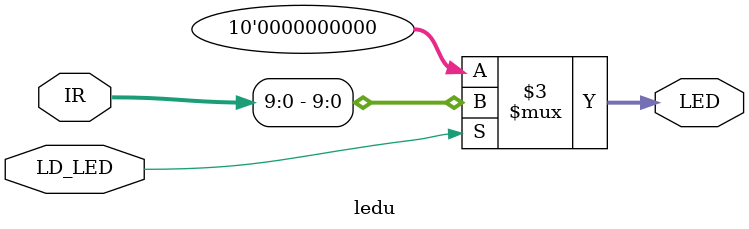
<source format=sv>
module ledu	( 	input LD_LED,
							input [15:0] IR,
							output logic [9:0] LED);
	
	always_comb begin
		if (LD_LED)
			LED = IR[9:0];
		else
			LED = 10'h000;
	end
endmodule
</source>
